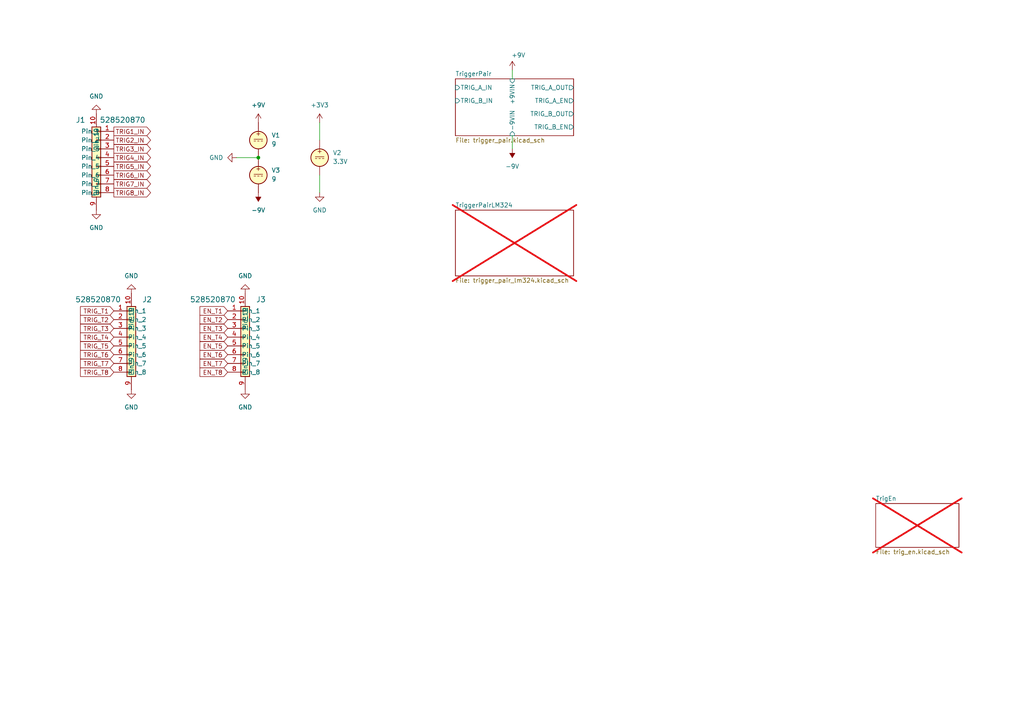
<source format=kicad_sch>
(kicad_sch (version 20250114) (generator "eeschema") (generator_version "9.0")
  (paper "A4")
  (lib_symbols
    (symbol "MOLEX_0528520870:528520870" (pin_names (offset 0.254))
      (property "Reference" "J" (at -2.286 10.668 0))
      (property "Value" "528520870" (at 11.684 10.668 0))
      (symbol "528520870_1_1"
        (rectangle (start 2.54 8.89) (end 5.08 -11.43) (stroke (width 0.254)) (fill (type background)))
        (rectangle (start 2.54 7.747) (end 3.81 7.493) (stroke (width 0.1524)))
        (rectangle (start 2.54 5.207) (end 3.81 4.953) (stroke (width 0.1524)))
        (rectangle (start 2.54 2.667) (end 3.81 2.413) (stroke (width 0.1524)))
        (rectangle (start 2.54 0.127) (end 3.81 -0.127) (stroke (width 0.1524)))
        (rectangle (start 2.54 -2.413) (end 3.81 -2.667) (stroke (width 0.1524)))
        (rectangle (start 2.54 -4.953) (end 3.81 -5.207) (stroke (width 0.1524)))
        (rectangle (start 2.54 -7.493) (end 3.81 -7.747) (stroke (width 0.1524)))
        (rectangle (start 2.54 -10.033) (end 3.81 -10.287) (stroke (width 0.1524)))
        (pin passive line (at -1.27 7.62 0) (length 3.81) (name "Pin_1") (number "1"))
        (pin passive line (at -1.27 5.08 0) (length 3.81) (name "Pin_2") (number "2"))
        (pin passive line (at -1.27 2.54 0) (length 3.81) (name "Pin_3") (number "3"))
        (pin passive line (at -1.27 0 0) (length 3.81) (name "Pin_4") (number "4"))
        (pin passive line (at -1.27 -2.54 0) (length 3.81) (name "Pin_5") (number "5"))
        (pin passive line (at -1.27 -5.08 0) (length 3.81) (name "Pin_6") (number "6"))
        (pin passive line (at -1.27 -7.62 0) (length 3.81) (name "Pin_7") (number "7"))
        (pin passive line (at -1.27 -10.16 0) (length 3.81) (name "Pin_8") (number "8"))
        (pin passive line (at 3.81 12.7 270) (length 3.81) (name "Pin_10") (number "10"))
        (pin passive line (at 3.81 -15.24 90) (length 3.81) (name "Pin_9") (number "9"))
      )
      (symbol "528520870_1_2"
        (polyline (pts (xy 5.08 2.54) (xy 5.08 -20.32)) (stroke (width 0.127)))
        (polyline (pts (xy 5.08 -20.32) (xy 12.7 -20.32)) (stroke (width 0.127)))
        (polyline (pts (xy 7.62 0) (xy 5.08 0)) (stroke (width 0.127)))
        (polyline (pts (xy 7.62 0) (xy 8.89 0.8467)) (stroke (width 0.127)))
        (polyline (pts (xy 7.62 0) (xy 8.89 -0.8467)) (stroke (width 0.127)))
        (polyline (pts (xy 7.62 -2.54) (xy 5.08 -2.54)) (stroke (width 0.127)))
        (polyline (pts (xy 7.62 -2.54) (xy 8.89 -1.6933)) (stroke (width 0.127)))
        (polyline (pts (xy 7.62 -2.54) (xy 8.89 -3.3867)) (stroke (width 0.127)))
        (polyline (pts (xy 7.62 -5.08) (xy 5.08 -5.08)) (stroke (width 0.127)))
        (polyline (pts (xy 7.62 -5.08) (xy 8.89 -4.2333)) (stroke (width 0.127)))
        (polyline (pts (xy 7.62 -5.08) (xy 8.89 -5.9267)) (stroke (width 0.127)))
        (polyline (pts (xy 7.62 -7.62) (xy 5.08 -7.62)) (stroke (width 0.127)))
        (polyline (pts (xy 7.62 -7.62) (xy 8.89 -6.7733)) (stroke (width 0.127)))
        (polyline (pts (xy 7.62 -7.62) (xy 8.89 -8.4667)) (stroke (width 0.127)))
        (polyline (pts (xy 7.62 -10.16) (xy 5.08 -10.16)) (stroke (width 0.127)))
        (polyline (pts (xy 7.62 -10.16) (xy 8.89 -9.3133)) (stroke (width 0.127)))
        (polyline (pts (xy 7.62 -10.16) (xy 8.89 -11.0067)) (stroke (width 0.127)))
        (polyline (pts (xy 7.62 -12.7) (xy 5.08 -12.7)) (stroke (width 0.127)))
        (polyline (pts (xy 7.62 -12.7) (xy 8.89 -11.8533)) (stroke (width 0.127)))
        (polyline (pts (xy 7.62 -12.7) (xy 8.89 -13.5467)) (stroke (width 0.127)))
        (polyline (pts (xy 7.62 -15.24) (xy 5.08 -15.24)) (stroke (width 0.127)))
        (polyline (pts (xy 7.62 -15.24) (xy 8.89 -14.3933)) (stroke (width 0.127)))
        (polyline (pts (xy 7.62 -15.24) (xy 8.89 -16.0867)) (stroke (width 0.127)))
        (polyline (pts (xy 7.62 -17.78) (xy 5.08 -17.78)) (stroke (width 0.127)))
        (polyline (pts (xy 7.62 -17.78) (xy 8.89 -16.9333)) (stroke (width 0.127)))
        (polyline (pts (xy 7.62 -17.78) (xy 8.89 -18.6267)) (stroke (width 0.127)))
        (polyline (pts (xy 12.7 2.54) (xy 5.08 2.54)) (stroke (width 0.127)))
        (polyline (pts (xy 12.7 -20.32) (xy 12.7 2.54)) (stroke (width 0.127)))
        (pin unspecified line (at 0 0 0) (length 5.08) (name "1") (number "1"))
        (pin unspecified line (at 0 -2.54 0) (length 5.08) (name "2") (number "2"))
        (pin unspecified line (at 0 -5.08 0) (length 5.08) (name "3") (number "3"))
        (pin unspecified line (at 0 -7.62 0) (length 5.08) (name "4") (number "4"))
        (pin unspecified line (at 0 -10.16 0) (length 5.08) (name "5") (number "5"))
        (pin unspecified line (at 0 -12.7 0) (length 5.08) (name "6") (number "6"))
        (pin unspecified line (at 0 -15.24 0) (length 5.08) (name "7") (number "7"))
        (pin unspecified line (at 0 -17.78 0) (length 5.08) (name "8") (number "8"))
      )
    )
    (symbol "Simulation_SPICE:VDC" (pin_numbers (hide yes)) (pin_names (offset 0.0254))
      (property "Reference" "V" (at 2.54 2.54 0))
      (property "Value" "1" (at 2.54 0 0))
      (symbol "VDC_0_0"
        (polyline (pts (xy -1.27 0.254) (xy 1.27 0.254)))
        (polyline (pts (xy -0.762 -0.254) (xy -1.27 -0.254)))
        (polyline (pts (xy 0.254 -0.254) (xy -0.254 -0.254)))
        (polyline (pts (xy 1.27 -0.254) (xy 0.762 -0.254)))
        (text "+" (at 0 1.905 0) (effects (font (size 1.27 1.27))))
      )
      (symbol "VDC_0_1"
        (circle (center 0 0) (radius 2.54) (stroke (width 0.254)) (fill (type background)))
      )
      (symbol "VDC_1_1"
        (pin passive line (at 0 5.08 270) (length 2.54) (name "~") (number "1"))
        (pin passive line (at 0 -5.08 90) (length 2.54) (name "~") (number "2"))
      )
    )
    (symbol "power:+3V3" (power) (pin_numbers (hide yes)) (pin_names (offset 0) (hide yes))
      (property "Value" "+3V3" (at 0 3.556 0))
      (symbol "+3V3_0_1"
        (polyline (pts (xy -0.762 1.27) (xy 0 2.54)))
        (polyline (pts (xy 0 2.54) (xy 0.762 1.27)))
        (polyline (pts (xy 0 0) (xy 0 2.54)))
      )
      (symbol "+3V3_1_1"
        (pin power_in line (at 0 0 90) (length 0) (name "~") (number "1"))
      )
    )
    (symbol "power:+9V" (power) (pin_numbers (hide yes)) (pin_names (offset 0) (hide yes))
      (property "Value" "+9V" (at 0 3.556 0))
      (symbol "+9V_0_1"
        (polyline (pts (xy -0.762 1.27) (xy 0 2.54)))
        (polyline (pts (xy 0 2.54) (xy 0.762 1.27)))
        (polyline (pts (xy 0 0) (xy 0 2.54)))
      )
      (symbol "+9V_1_1"
        (pin power_in line (at 0 0 90) (length 0) (name "~") (number "1"))
      )
    )
    (symbol "power:-9V" (power) (pin_numbers (hide yes)) (pin_names (offset 0) (hide yes))
      (property "Value" "-9V" (at 0 3.556 0))
      (symbol "-9V_0_1"
        (polyline (pts (xy 0 0) (xy 0 2.54)))
        (polyline (pts (xy 0.762 1.27) (xy -0.762 1.27) (xy 0 2.54) (xy 0.762 1.27)) (fill (type outline)))
      )
      (symbol "-9V_1_1"
        (pin power_in line (at 0 0 90) (length 0) (name "~") (number "1"))
      )
    )
    (symbol "power:GND" (power) (pin_numbers (hide yes)) (pin_names (offset 0) (hide yes))
      (property "Value" "GND" (at 0 -3.81 0))
      (symbol "GND_0_1"
        (polyline (pts (xy 0 0) (xy 0 -1.27) (xy 1.27 -1.27) (xy 0 -2.54) (xy -1.27 -1.27) (xy 0 -1.27)))
      )
      (symbol "GND_1_1"
        (pin power_in line (at 0 0 270) (length 0) (name "~") (number "1"))
      )
    )
  )
  (junction (at 74.93 45.72))
  (wire (pts (xy 92.71 50.8) (xy 92.71 55.88)))
  (wire (pts (xy 148.59 20.32) (xy 148.59 22.86)))
  (wire (pts (xy 148.59 39.37) (xy 148.59 43.18)))
  (wire (pts (xy 68.58 45.72) (xy 74.93 45.72)))
  (wire (pts (xy 92.71 40.64) (xy 92.71 35.56)))
  (global_label "TRIG_T4" (shape input) (at 33.02 97.79 180) (property "Intersheetrefs" "${INTERSHEET_REFS}" (effects (hide yes))))
  (global_label "TRIG_T1" (shape input) (at 33.02 90.17 180) (property "Intersheetrefs" "${INTERSHEET_REFS}" (effects (hide yes))))
  (global_label "TRIG8_IN" (shape output) (at 33.02 55.88 0) (property "Intersheetrefs" "${INTERSHEET_REFS}" (effects (hide yes))))
  (global_label "TRIG6_IN" (shape output) (at 33.02 50.8 0) (property "Intersheetrefs" "${INTERSHEET_REFS}" (effects (hide yes))))
  (global_label "TRIG_T7" (shape input) (at 33.02 105.41 180) (property "Intersheetrefs" "${INTERSHEET_REFS}" (effects (hide yes))))
  (global_label "TRIG_T2" (shape input) (at 33.02 92.71 180) (property "Intersheetrefs" "${INTERSHEET_REFS}" (effects (hide yes))))
  (global_label "EN_T4" (shape input) (at 66.04 97.79 180) (property "Intersheetrefs" "${INTERSHEET_REFS}" (effects (hide yes))))
  (global_label "EN_T2" (shape input) (at 66.04 92.71 180) (property "Intersheetrefs" "${INTERSHEET_REFS}" (effects (hide yes))))
  (global_label "EN_T1" (shape input) (at 66.04 90.17 180) (property "Intersheetrefs" "${INTERSHEET_REFS}" (effects (hide yes))))
  (global_label "TRIG_T6" (shape input) (at 33.02 102.87 180) (property "Intersheetrefs" "${INTERSHEET_REFS}" (effects (hide yes))))
  (global_label "TRIG4_IN" (shape output) (at 33.02 45.72 0) (property "Intersheetrefs" "${INTERSHEET_REFS}" (effects (hide yes))))
  (global_label "TRIG2_IN" (shape output) (at 33.02 40.64 0) (property "Intersheetrefs" "${INTERSHEET_REFS}" (effects (hide yes))))
  (global_label "TRIG5_IN" (shape output) (at 33.02 48.26 0) (property "Intersheetrefs" "${INTERSHEET_REFS}" (effects (hide yes))))
  (global_label "EN_T8" (shape input) (at 66.04 107.95 180) (property "Intersheetrefs" "${INTERSHEET_REFS}" (effects (hide yes))))
  (global_label "TRIG1_IN" (shape output) (at 33.02 38.1 0) (property "Intersheetrefs" "${INTERSHEET_REFS}" (effects (hide yes))))
  (global_label "EN_T6" (shape input) (at 66.04 102.87 180) (property "Intersheetrefs" "${INTERSHEET_REFS}" (effects (hide yes))))
  (global_label "TRIG_T5" (shape input) (at 33.02 100.33 180) (property "Intersheetrefs" "${INTERSHEET_REFS}" (effects (hide yes))))
  (global_label "TRIG7_IN" (shape output) (at 33.02 53.34 0) (property "Intersheetrefs" "${INTERSHEET_REFS}" (effects (hide yes))))
  (global_label "TRIG_T8" (shape input) (at 33.02 107.95 180) (property "Intersheetrefs" "${INTERSHEET_REFS}" (effects (hide yes))))
  (global_label "TRIG_T3" (shape input) (at 33.02 95.25 180) (property "Intersheetrefs" "${INTERSHEET_REFS}" (effects (hide yes))))
  (global_label "EN_T3" (shape input) (at 66.04 95.25 180) (property "Intersheetrefs" "${INTERSHEET_REFS}" (effects (hide yes))))
  (global_label "TRIG3_IN" (shape output) (at 33.02 43.18 0) (property "Intersheetrefs" "${INTERSHEET_REFS}" (effects (hide yes))))
  (global_label "EN_T5" (shape input) (at 66.04 100.33 180) (property "Intersheetrefs" "${INTERSHEET_REFS}" (effects (hide yes))))
  (global_label "EN_T7" (shape input) (at 66.04 105.41 180) (property "Intersheetrefs" "${INTERSHEET_REFS}" (effects (hide yes))))
  (symbol (lib_id "Simulation_SPICE:VDC") (at 74.93 40.64 0) (unit 1) (in_bom no) (on_board no)
    (property "Reference" "V1" (at 78.74 39.2401 0) (effects (justify left)))
    (property "Value" "9" (at 78.74 41.7801 0) (effects (justify left)))
    (property "Datasheet" "https://ngspice.sourceforge.io/docs/ngspice-html-manual/manual.xhtml#sec_Independent_Sources_for" (effects (hide yes)))
    (property "Description" "Voltage source, DC" (effects (hide yes)))
    (property "Sim.Pins" "1=+ 2=-" (effects (hide yes)))
    (property "Sim.Type" "DC" (effects (hide yes)))
    (property "Sim.Device" "V" (effects (hide yes)))
    (property "Board" "Trigger Board" (effects (hide yes)))
  )
  (symbol (lib_id "power:GND") (at 71.12 85.09 0) (mirror x) (unit 1) (exclude_from_sim yes)
    (property "Reference" "#PWR012" (effects (hide yes)))
    (property "Value" "GND" (at 71.12 80.01 0))
    (property "Description" "Power symbol creates a global label with name \"GND\" , ground" (effects (hide yes)))
  )
  (symbol (lib_id "power:-9V") (at 74.93 55.88 180) (unit 1)
    (property "Reference" "#PWR08" (effects (hide yes)))
    (property "Value" "-9V" (at 74.93 60.96 0))
    (property "Description" "Power symbol creates a global label with name \"-9V\"" (effects (hide yes)))
  )
  (symbol (lib_id "power:GND") (at 38.1 85.09 0) (mirror x) (unit 1) (exclude_from_sim yes)
    (property "Reference" "#PWR011" (effects (hide yes)))
    (property "Value" "GND" (at 38.1 80.01 0))
    (property "Description" "Power symbol creates a global label with name \"GND\" , ground" (effects (hide yes)))
  )
  (symbol (lib_id "power:+3V3") (at 92.71 35.56 0) (unit 1)
    (property "Reference" "#PWR05" (effects (hide yes)))
    (property "Value" "+3V3" (at 92.71 30.48 0))
    (property "Description" "Power symbol creates a global label with name \"+3V3\"" (effects (hide yes)))
  )
  (symbol (lib_id "power:GND") (at 92.71 55.88 0) (unit 1)
    (property "Reference" "#PWR09" (effects (hide yes)))
    (property "Value" "GND" (at 92.71 60.96 0))
    (property "Description" "Power symbol creates a global label with name \"GND\" , ground" (effects (hide yes)))
  )
  (symbol (lib_id "power:GND") (at 27.94 33.02 180) (unit 1) (exclude_from_sim yes)
    (property "Reference" "#PWR03" (effects (hide yes)))
    (property "Value" "GND" (at 27.94 27.94 0))
    (property "Description" "Power symbol creates a global label with name \"GND\" , ground" (effects (hide yes)))
  )
  (symbol (lib_id "Simulation_SPICE:VDC") (at 92.71 45.72 0) (unit 1) (in_bom no) (on_board no)
    (property "Reference" "V2" (at 96.52 44.3201 0) (effects (justify left)))
    (property "Value" "3.3V" (at 96.52 46.8601 0) (effects (justify left)))
    (property "Datasheet" "https://ngspice.sourceforge.io/docs/ngspice-html-manual/manual.xhtml#sec_Independent_Sources_for" (effects (hide yes)))
    (property "Description" "Voltage source, DC" (effects (hide yes)))
    (property "Sim.Pins" "1=+ 2=-" (effects (hide yes)))
    (property "Sim.Type" "DC" (effects (hide yes)))
    (property "Sim.Device" "V" (effects (hide yes)))
    (property "Board" "Trigger Board" (effects (hide yes)))
  )
  (symbol (lib_id "power:GND") (at 71.12 113.03 0) (mirror y) (unit 1) (exclude_from_sim yes)
    (property "Reference" "#PWR014" (effects (hide yes)))
    (property "Value" "GND" (at 71.12 118.11 0))
    (property "Description" "Power symbol creates a global label with name \"GND\" , ground" (effects (hide yes)))
  )
  (symbol (lib_id "power:GND") (at 38.1 113.03 0) (mirror y) (unit 1) (exclude_from_sim yes)
    (property "Reference" "#PWR013" (effects (hide yes)))
    (property "Value" "GND" (at 38.1 118.11 0))
    (property "Description" "Power symbol creates a global label with name \"GND\" , ground" (effects (hide yes)))
  )
  (symbol (lib_id "power:GND") (at 27.94 60.96 0) (unit 1) (exclude_from_sim yes)
    (property "Reference" "#PWR010" (effects (hide yes)))
    (property "Value" "GND" (at 27.94 66.04 0))
    (property "Description" "Power symbol creates a global label with name \"GND\" , ground" (effects (hide yes)))
  )
  (symbol (lib_id "power:+9V") (at 74.93 35.56 0) (unit 1)
    (property "Reference" "#PWR04" (effects (hide yes)))
    (property "Value" "+9V" (at 74.93 30.48 0))
    (property "Description" "Power symbol creates a global label with name \"+9V\"" (effects (hide yes)))
  )
  (symbol (lib_id "MOLEX_0528520870:528520870") (at 31.75 45.72 0) (mirror y) (unit 1) (exclude_from_sim yes) (on_board no)
    (property "Reference" "J1" (at 23.368 34.798 0) (effects (font (size 1.524 1.524))))
    (property "Value" "528520870" (at 35.56 34.798 0) (effects (font (size 1.524 1.524))))
    (property "Footprint" "mod:CONN_MOLEX_528520870" (effects (hide yes)))
    (property "Datasheet" "528520870" (effects (hide yes)))
  )
  (symbol (lib_id "power:+9V") (at 148.59 20.32 0) (unit 1)
    (property "Reference" "#PWR02" (effects (hide yes)))
    (property "Value" "+9V" (at 150.368 16.002 0))
    (property "Description" "Power symbol creates a global label with name \"+9V\"" (effects (hide yes)))
  )
  (symbol (lib_id "power:-9V") (at 148.59 43.18 180) (unit 1)
    (property "Reference" "#PWR06" (effects (hide yes)))
    (property "Value" "-9V" (at 148.59 48.26 0))
    (property "Description" "Power symbol creates a global label with name \"-9V\"" (effects (hide yes)))
  )
  (symbol (lib_id "MOLEX_0528520870:528520870") (at 34.29 97.79 0) (unit 1) (exclude_from_sim yes) (on_board no)
    (property "Reference" "J2" (at 42.672 86.868 0) (effects (font (size 1.524 1.524))))
    (property "Value" "528520870" (at 28.448 86.868 0) (effects (font (size 1.524 1.524))))
    (property "Footprint" "mod:CONN_MOLEX_528520870" (effects (hide yes)))
    (property "Datasheet" "528520870" (effects (hide yes)))
  )
  (symbol (lib_id "power:GND") (at 68.58 45.72 270) (unit 1)
    (property "Reference" "#PWR07" (effects (hide yes)))
    (property "Value" "GND" (at 64.77 45.7199 90) (effects (justify right)))
    (property "Description" "Power symbol creates a global label with name \"GND\" , ground" (effects (hide yes)))
  )
  (symbol (lib_id "Simulation_SPICE:VDC") (at 74.93 50.8 0) (unit 1) (in_bom no) (on_board no)
    (property "Reference" "V3" (at 78.74 49.4001 0) (effects (justify left)))
    (property "Value" "9" (at 78.74 51.9401 0) (effects (justify left)))
    (property "Datasheet" "https://ngspice.sourceforge.io/docs/ngspice-html-manual/manual.xhtml#sec_Independent_Sources_for" (effects (hide yes)))
    (property "Description" "Voltage source, DC" (effects (hide yes)))
    (property "Sim.Pins" "1=+ 2=-" (effects (hide yes)))
    (property "Sim.Type" "DC" (effects (hide yes)))
    (property "Sim.Device" "V" (effects (hide yes)))
    (property "Board" "Trigger Board" (effects (hide yes)))
  )
  (symbol (lib_id "MOLEX_0528520870:528520870") (at 67.31 97.79 0) (unit 1) (exclude_from_sim yes) (on_board no)
    (property "Reference" "J3" (at 75.692 86.868 0) (effects (font (size 1.524 1.524))))
    (property "Value" "528520870" (at 61.722 86.868 0) (effects (font (size 1.524 1.524))))
    (property "Footprint" "mod:CONN_MOLEX_528520870" (effects (hide yes)))
    (property "Datasheet" "528520870" (effects (hide yes)))
  )
  (sheet (at 132.08 60.96) (size 34.29 19.05) (on_board no) (dnp yes) (stroke (width 0.1524))
    (property "Sheetname" "TriggerPairLM324" (at 132.08 60.2484 0) (effects (justify left bottom)))
    (property "Sheetfile" "trigger_pair_lm324.kicad_sch" (at 132.08 80.5946 0) (effects (justify left top)))
  )
  (sheet (at 254 146.05) (size 24.13 12.7) (exclude_from_sim yes) (in_bom no) (on_board no) (dnp yes) (stroke (width 0.1524))
    (property "Sheetname" "TrigEn" (at 254 145.3384 0) (effects (justify left bottom)))
    (property "Sheetfile" "trig_en.kicad_sch" (at 254 159.3346 0) (effects (justify left top)))
  )
  (sheet (at 132.08 22.86) (size 34.29 16.51) (stroke (width 0.1524))
    (property "Sheetname" "TriggerPair" (at 132.08 22.1484 0) (effects (justify left bottom)))
    (property "Sheetfile" "trigger_pair.kicad_sch" (at 132.08 39.9546 0) (effects (justify left top)))
    (pin "TRIG_A_IN" input (at 132.08 25.4 180))
    (pin "TRIG_B_OUT" output (at 166.37 33.02 0))
    (pin "TRIG_A_OUT" output (at 166.37 25.4 0))
    (pin "TRIG_B_IN" input (at 132.08 29.21 180))
    (pin "TRIG_A_EN" output (at 166.37 29.21 0))
    (pin "TRIG_B_EN" output (at 166.37 36.83 0))
    (pin "+9VIN" input (at 148.59 22.86 90))
    (pin "-9VIN" input (at 148.59 39.37 270))
  )
)
</source>
